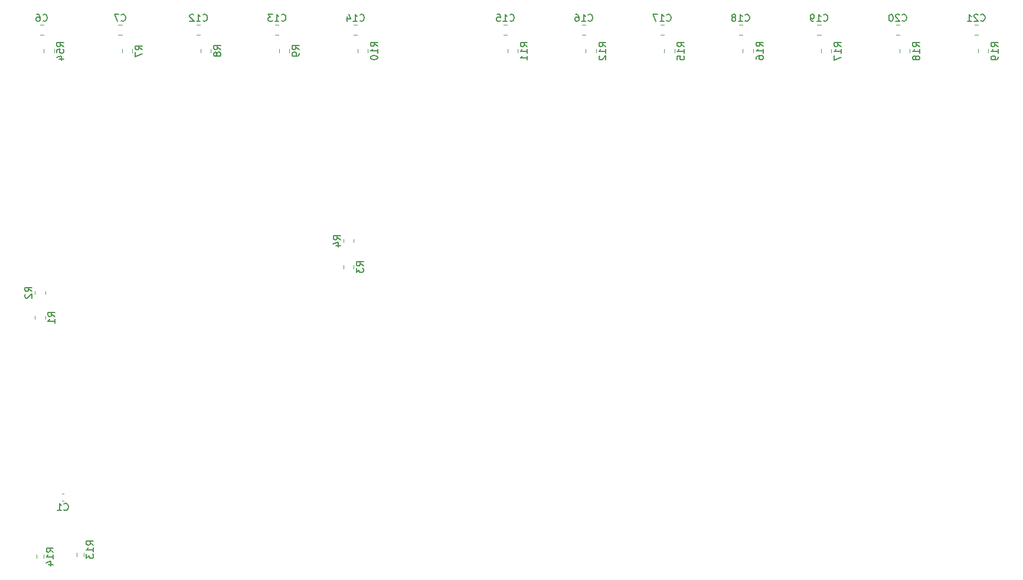
<source format=gbr>
%TF.GenerationSoftware,KiCad,Pcbnew,8.0.5*%
%TF.CreationDate,2024-10-01T19:03:58-07:00*%
%TF.ProjectId,MRIRobot_PCB,4d524952-6f62-46f7-945f-5043422e6b69,rev?*%
%TF.SameCoordinates,Original*%
%TF.FileFunction,Legend,Bot*%
%TF.FilePolarity,Positive*%
%FSLAX46Y46*%
G04 Gerber Fmt 4.6, Leading zero omitted, Abs format (unit mm)*
G04 Created by KiCad (PCBNEW 8.0.5) date 2024-10-01 19:03:58*
%MOMM*%
%LPD*%
G01*
G04 APERTURE LIST*
%ADD10C,0.150000*%
%ADD11C,0.120000*%
G04 APERTURE END LIST*
D10*
X138884819Y-79894642D02*
X138408628Y-79561309D01*
X138884819Y-79323214D02*
X137884819Y-79323214D01*
X137884819Y-79323214D02*
X137884819Y-79704166D01*
X137884819Y-79704166D02*
X137932438Y-79799404D01*
X137932438Y-79799404D02*
X137980057Y-79847023D01*
X137980057Y-79847023D02*
X138075295Y-79894642D01*
X138075295Y-79894642D02*
X138218152Y-79894642D01*
X138218152Y-79894642D02*
X138313390Y-79847023D01*
X138313390Y-79847023D02*
X138361009Y-79799404D01*
X138361009Y-79799404D02*
X138408628Y-79704166D01*
X138408628Y-79704166D02*
X138408628Y-79323214D01*
X138884819Y-80847023D02*
X138884819Y-80275595D01*
X138884819Y-80561309D02*
X137884819Y-80561309D01*
X137884819Y-80561309D02*
X138027676Y-80466071D01*
X138027676Y-80466071D02*
X138122914Y-80370833D01*
X138122914Y-80370833D02*
X138170533Y-80275595D01*
X138884819Y-81799404D02*
X138884819Y-81227976D01*
X138884819Y-81513690D02*
X137884819Y-81513690D01*
X137884819Y-81513690D02*
X138027676Y-81418452D01*
X138027676Y-81418452D02*
X138122914Y-81323214D01*
X138122914Y-81323214D02*
X138170533Y-81227976D01*
X69379166Y-76179580D02*
X69426785Y-76227200D01*
X69426785Y-76227200D02*
X69569642Y-76274819D01*
X69569642Y-76274819D02*
X69664880Y-76274819D01*
X69664880Y-76274819D02*
X69807737Y-76227200D01*
X69807737Y-76227200D02*
X69902975Y-76131961D01*
X69902975Y-76131961D02*
X69950594Y-76036723D01*
X69950594Y-76036723D02*
X69998213Y-75846247D01*
X69998213Y-75846247D02*
X69998213Y-75703390D01*
X69998213Y-75703390D02*
X69950594Y-75512914D01*
X69950594Y-75512914D02*
X69902975Y-75417676D01*
X69902975Y-75417676D02*
X69807737Y-75322438D01*
X69807737Y-75322438D02*
X69664880Y-75274819D01*
X69664880Y-75274819D02*
X69569642Y-75274819D01*
X69569642Y-75274819D02*
X69426785Y-75322438D01*
X69426785Y-75322438D02*
X69379166Y-75370057D01*
X68522023Y-75274819D02*
X68712499Y-75274819D01*
X68712499Y-75274819D02*
X68807737Y-75322438D01*
X68807737Y-75322438D02*
X68855356Y-75370057D01*
X68855356Y-75370057D02*
X68950594Y-75512914D01*
X68950594Y-75512914D02*
X68998213Y-75703390D01*
X68998213Y-75703390D02*
X68998213Y-76084342D01*
X68998213Y-76084342D02*
X68950594Y-76179580D01*
X68950594Y-76179580D02*
X68902975Y-76227200D01*
X68902975Y-76227200D02*
X68807737Y-76274819D01*
X68807737Y-76274819D02*
X68617261Y-76274819D01*
X68617261Y-76274819D02*
X68522023Y-76227200D01*
X68522023Y-76227200D02*
X68474404Y-76179580D01*
X68474404Y-76179580D02*
X68426785Y-76084342D01*
X68426785Y-76084342D02*
X68426785Y-75846247D01*
X68426785Y-75846247D02*
X68474404Y-75751009D01*
X68474404Y-75751009D02*
X68522023Y-75703390D01*
X68522023Y-75703390D02*
X68617261Y-75655771D01*
X68617261Y-75655771D02*
X68807737Y-75655771D01*
X68807737Y-75655771D02*
X68902975Y-75703390D01*
X68902975Y-75703390D02*
X68950594Y-75751009D01*
X68950594Y-75751009D02*
X68998213Y-75846247D01*
X117384819Y-79857142D02*
X116908628Y-79523809D01*
X117384819Y-79285714D02*
X116384819Y-79285714D01*
X116384819Y-79285714D02*
X116384819Y-79666666D01*
X116384819Y-79666666D02*
X116432438Y-79761904D01*
X116432438Y-79761904D02*
X116480057Y-79809523D01*
X116480057Y-79809523D02*
X116575295Y-79857142D01*
X116575295Y-79857142D02*
X116718152Y-79857142D01*
X116718152Y-79857142D02*
X116813390Y-79809523D01*
X116813390Y-79809523D02*
X116861009Y-79761904D01*
X116861009Y-79761904D02*
X116908628Y-79666666D01*
X116908628Y-79666666D02*
X116908628Y-79285714D01*
X117384819Y-80809523D02*
X117384819Y-80238095D01*
X117384819Y-80523809D02*
X116384819Y-80523809D01*
X116384819Y-80523809D02*
X116527676Y-80428571D01*
X116527676Y-80428571D02*
X116622914Y-80333333D01*
X116622914Y-80333333D02*
X116670533Y-80238095D01*
X116384819Y-81428571D02*
X116384819Y-81523809D01*
X116384819Y-81523809D02*
X116432438Y-81619047D01*
X116432438Y-81619047D02*
X116480057Y-81666666D01*
X116480057Y-81666666D02*
X116575295Y-81714285D01*
X116575295Y-81714285D02*
X116765771Y-81761904D01*
X116765771Y-81761904D02*
X117003866Y-81761904D01*
X117003866Y-81761904D02*
X117194342Y-81714285D01*
X117194342Y-81714285D02*
X117289580Y-81666666D01*
X117289580Y-81666666D02*
X117337200Y-81619047D01*
X117337200Y-81619047D02*
X117384819Y-81523809D01*
X117384819Y-81523809D02*
X117384819Y-81428571D01*
X117384819Y-81428571D02*
X117337200Y-81333333D01*
X117337200Y-81333333D02*
X117289580Y-81285714D01*
X117289580Y-81285714D02*
X117194342Y-81238095D01*
X117194342Y-81238095D02*
X117003866Y-81190476D01*
X117003866Y-81190476D02*
X116765771Y-81190476D01*
X116765771Y-81190476D02*
X116575295Y-81238095D01*
X116575295Y-81238095D02*
X116480057Y-81285714D01*
X116480057Y-81285714D02*
X116432438Y-81333333D01*
X116432438Y-81333333D02*
X116384819Y-81428571D01*
X206384819Y-79894642D02*
X205908628Y-79561309D01*
X206384819Y-79323214D02*
X205384819Y-79323214D01*
X205384819Y-79323214D02*
X205384819Y-79704166D01*
X205384819Y-79704166D02*
X205432438Y-79799404D01*
X205432438Y-79799404D02*
X205480057Y-79847023D01*
X205480057Y-79847023D02*
X205575295Y-79894642D01*
X205575295Y-79894642D02*
X205718152Y-79894642D01*
X205718152Y-79894642D02*
X205813390Y-79847023D01*
X205813390Y-79847023D02*
X205861009Y-79799404D01*
X205861009Y-79799404D02*
X205908628Y-79704166D01*
X205908628Y-79704166D02*
X205908628Y-79323214D01*
X206384819Y-80847023D02*
X206384819Y-80275595D01*
X206384819Y-80561309D02*
X205384819Y-80561309D01*
X205384819Y-80561309D02*
X205527676Y-80466071D01*
X205527676Y-80466071D02*
X205622914Y-80370833D01*
X205622914Y-80370833D02*
X205670533Y-80275595D01*
X206384819Y-81323214D02*
X206384819Y-81513690D01*
X206384819Y-81513690D02*
X206337200Y-81608928D01*
X206337200Y-81608928D02*
X206289580Y-81656547D01*
X206289580Y-81656547D02*
X206146723Y-81751785D01*
X206146723Y-81751785D02*
X205956247Y-81799404D01*
X205956247Y-81799404D02*
X205575295Y-81799404D01*
X205575295Y-81799404D02*
X205480057Y-81751785D01*
X205480057Y-81751785D02*
X205432438Y-81704166D01*
X205432438Y-81704166D02*
X205384819Y-81608928D01*
X205384819Y-81608928D02*
X205384819Y-81418452D01*
X205384819Y-81418452D02*
X205432438Y-81323214D01*
X205432438Y-81323214D02*
X205480057Y-81275595D01*
X205480057Y-81275595D02*
X205575295Y-81227976D01*
X205575295Y-81227976D02*
X205813390Y-81227976D01*
X205813390Y-81227976D02*
X205908628Y-81275595D01*
X205908628Y-81275595D02*
X205956247Y-81323214D01*
X205956247Y-81323214D02*
X206003866Y-81418452D01*
X206003866Y-81418452D02*
X206003866Y-81608928D01*
X206003866Y-81608928D02*
X205956247Y-81704166D01*
X205956247Y-81704166D02*
X205908628Y-81751785D01*
X205908628Y-81751785D02*
X205813390Y-81799404D01*
X114855357Y-76179580D02*
X114902976Y-76227200D01*
X114902976Y-76227200D02*
X115045833Y-76274819D01*
X115045833Y-76274819D02*
X115141071Y-76274819D01*
X115141071Y-76274819D02*
X115283928Y-76227200D01*
X115283928Y-76227200D02*
X115379166Y-76131961D01*
X115379166Y-76131961D02*
X115426785Y-76036723D01*
X115426785Y-76036723D02*
X115474404Y-75846247D01*
X115474404Y-75846247D02*
X115474404Y-75703390D01*
X115474404Y-75703390D02*
X115426785Y-75512914D01*
X115426785Y-75512914D02*
X115379166Y-75417676D01*
X115379166Y-75417676D02*
X115283928Y-75322438D01*
X115283928Y-75322438D02*
X115141071Y-75274819D01*
X115141071Y-75274819D02*
X115045833Y-75274819D01*
X115045833Y-75274819D02*
X114902976Y-75322438D01*
X114902976Y-75322438D02*
X114855357Y-75370057D01*
X113902976Y-76274819D02*
X114474404Y-76274819D01*
X114188690Y-76274819D02*
X114188690Y-75274819D01*
X114188690Y-75274819D02*
X114283928Y-75417676D01*
X114283928Y-75417676D02*
X114379166Y-75512914D01*
X114379166Y-75512914D02*
X114474404Y-75560533D01*
X113045833Y-75608152D02*
X113045833Y-76274819D01*
X113283928Y-75227200D02*
X113522023Y-75941485D01*
X113522023Y-75941485D02*
X112902976Y-75941485D01*
X181355357Y-76179580D02*
X181402976Y-76227200D01*
X181402976Y-76227200D02*
X181545833Y-76274819D01*
X181545833Y-76274819D02*
X181641071Y-76274819D01*
X181641071Y-76274819D02*
X181783928Y-76227200D01*
X181783928Y-76227200D02*
X181879166Y-76131961D01*
X181879166Y-76131961D02*
X181926785Y-76036723D01*
X181926785Y-76036723D02*
X181974404Y-75846247D01*
X181974404Y-75846247D02*
X181974404Y-75703390D01*
X181974404Y-75703390D02*
X181926785Y-75512914D01*
X181926785Y-75512914D02*
X181879166Y-75417676D01*
X181879166Y-75417676D02*
X181783928Y-75322438D01*
X181783928Y-75322438D02*
X181641071Y-75274819D01*
X181641071Y-75274819D02*
X181545833Y-75274819D01*
X181545833Y-75274819D02*
X181402976Y-75322438D01*
X181402976Y-75322438D02*
X181355357Y-75370057D01*
X180402976Y-76274819D02*
X180974404Y-76274819D01*
X180688690Y-76274819D02*
X180688690Y-75274819D01*
X180688690Y-75274819D02*
X180783928Y-75417676D01*
X180783928Y-75417676D02*
X180879166Y-75512914D01*
X180879166Y-75512914D02*
X180974404Y-75560533D01*
X179926785Y-76274819D02*
X179736309Y-76274819D01*
X179736309Y-76274819D02*
X179641071Y-76227200D01*
X179641071Y-76227200D02*
X179593452Y-76179580D01*
X179593452Y-76179580D02*
X179498214Y-76036723D01*
X179498214Y-76036723D02*
X179450595Y-75846247D01*
X179450595Y-75846247D02*
X179450595Y-75465295D01*
X179450595Y-75465295D02*
X179498214Y-75370057D01*
X179498214Y-75370057D02*
X179545833Y-75322438D01*
X179545833Y-75322438D02*
X179641071Y-75274819D01*
X179641071Y-75274819D02*
X179831547Y-75274819D01*
X179831547Y-75274819D02*
X179926785Y-75322438D01*
X179926785Y-75322438D02*
X179974404Y-75370057D01*
X179974404Y-75370057D02*
X180022023Y-75465295D01*
X180022023Y-75465295D02*
X180022023Y-75703390D01*
X180022023Y-75703390D02*
X179974404Y-75798628D01*
X179974404Y-75798628D02*
X179926785Y-75846247D01*
X179926785Y-75846247D02*
X179831547Y-75893866D01*
X179831547Y-75893866D02*
X179641071Y-75893866D01*
X179641071Y-75893866D02*
X179545833Y-75846247D01*
X179545833Y-75846247D02*
X179498214Y-75798628D01*
X179498214Y-75798628D02*
X179450595Y-75703390D01*
X76634819Y-151357142D02*
X76158628Y-151023809D01*
X76634819Y-150785714D02*
X75634819Y-150785714D01*
X75634819Y-150785714D02*
X75634819Y-151166666D01*
X75634819Y-151166666D02*
X75682438Y-151261904D01*
X75682438Y-151261904D02*
X75730057Y-151309523D01*
X75730057Y-151309523D02*
X75825295Y-151357142D01*
X75825295Y-151357142D02*
X75968152Y-151357142D01*
X75968152Y-151357142D02*
X76063390Y-151309523D01*
X76063390Y-151309523D02*
X76111009Y-151261904D01*
X76111009Y-151261904D02*
X76158628Y-151166666D01*
X76158628Y-151166666D02*
X76158628Y-150785714D01*
X76634819Y-152309523D02*
X76634819Y-151738095D01*
X76634819Y-152023809D02*
X75634819Y-152023809D01*
X75634819Y-152023809D02*
X75777676Y-151928571D01*
X75777676Y-151928571D02*
X75872914Y-151833333D01*
X75872914Y-151833333D02*
X75920533Y-151738095D01*
X75634819Y-152642857D02*
X75634819Y-153261904D01*
X75634819Y-153261904D02*
X76015771Y-152928571D01*
X76015771Y-152928571D02*
X76015771Y-153071428D01*
X76015771Y-153071428D02*
X76063390Y-153166666D01*
X76063390Y-153166666D02*
X76111009Y-153214285D01*
X76111009Y-153214285D02*
X76206247Y-153261904D01*
X76206247Y-153261904D02*
X76444342Y-153261904D01*
X76444342Y-153261904D02*
X76539580Y-153214285D01*
X76539580Y-153214285D02*
X76587200Y-153166666D01*
X76587200Y-153166666D02*
X76634819Y-153071428D01*
X76634819Y-153071428D02*
X76634819Y-152785714D01*
X76634819Y-152785714D02*
X76587200Y-152690476D01*
X76587200Y-152690476D02*
X76539580Y-152642857D01*
X67804819Y-114995833D02*
X67328628Y-114662500D01*
X67804819Y-114424405D02*
X66804819Y-114424405D01*
X66804819Y-114424405D02*
X66804819Y-114805357D01*
X66804819Y-114805357D02*
X66852438Y-114900595D01*
X66852438Y-114900595D02*
X66900057Y-114948214D01*
X66900057Y-114948214D02*
X66995295Y-114995833D01*
X66995295Y-114995833D02*
X67138152Y-114995833D01*
X67138152Y-114995833D02*
X67233390Y-114948214D01*
X67233390Y-114948214D02*
X67281009Y-114900595D01*
X67281009Y-114900595D02*
X67328628Y-114805357D01*
X67328628Y-114805357D02*
X67328628Y-114424405D01*
X66900057Y-115376786D02*
X66852438Y-115424405D01*
X66852438Y-115424405D02*
X66804819Y-115519643D01*
X66804819Y-115519643D02*
X66804819Y-115757738D01*
X66804819Y-115757738D02*
X66852438Y-115852976D01*
X66852438Y-115852976D02*
X66900057Y-115900595D01*
X66900057Y-115900595D02*
X66995295Y-115948214D01*
X66995295Y-115948214D02*
X67090533Y-115948214D01*
X67090533Y-115948214D02*
X67233390Y-115900595D01*
X67233390Y-115900595D02*
X67804819Y-115329167D01*
X67804819Y-115329167D02*
X67804819Y-115948214D01*
X150134819Y-79894642D02*
X149658628Y-79561309D01*
X150134819Y-79323214D02*
X149134819Y-79323214D01*
X149134819Y-79323214D02*
X149134819Y-79704166D01*
X149134819Y-79704166D02*
X149182438Y-79799404D01*
X149182438Y-79799404D02*
X149230057Y-79847023D01*
X149230057Y-79847023D02*
X149325295Y-79894642D01*
X149325295Y-79894642D02*
X149468152Y-79894642D01*
X149468152Y-79894642D02*
X149563390Y-79847023D01*
X149563390Y-79847023D02*
X149611009Y-79799404D01*
X149611009Y-79799404D02*
X149658628Y-79704166D01*
X149658628Y-79704166D02*
X149658628Y-79323214D01*
X150134819Y-80847023D02*
X150134819Y-80275595D01*
X150134819Y-80561309D02*
X149134819Y-80561309D01*
X149134819Y-80561309D02*
X149277676Y-80466071D01*
X149277676Y-80466071D02*
X149372914Y-80370833D01*
X149372914Y-80370833D02*
X149420533Y-80275595D01*
X149230057Y-81227976D02*
X149182438Y-81275595D01*
X149182438Y-81275595D02*
X149134819Y-81370833D01*
X149134819Y-81370833D02*
X149134819Y-81608928D01*
X149134819Y-81608928D02*
X149182438Y-81704166D01*
X149182438Y-81704166D02*
X149230057Y-81751785D01*
X149230057Y-81751785D02*
X149325295Y-81799404D01*
X149325295Y-81799404D02*
X149420533Y-81799404D01*
X149420533Y-81799404D02*
X149563390Y-81751785D01*
X149563390Y-81751785D02*
X150134819Y-81180357D01*
X150134819Y-81180357D02*
X150134819Y-81799404D01*
X92355357Y-76179580D02*
X92402976Y-76227200D01*
X92402976Y-76227200D02*
X92545833Y-76274819D01*
X92545833Y-76274819D02*
X92641071Y-76274819D01*
X92641071Y-76274819D02*
X92783928Y-76227200D01*
X92783928Y-76227200D02*
X92879166Y-76131961D01*
X92879166Y-76131961D02*
X92926785Y-76036723D01*
X92926785Y-76036723D02*
X92974404Y-75846247D01*
X92974404Y-75846247D02*
X92974404Y-75703390D01*
X92974404Y-75703390D02*
X92926785Y-75512914D01*
X92926785Y-75512914D02*
X92879166Y-75417676D01*
X92879166Y-75417676D02*
X92783928Y-75322438D01*
X92783928Y-75322438D02*
X92641071Y-75274819D01*
X92641071Y-75274819D02*
X92545833Y-75274819D01*
X92545833Y-75274819D02*
X92402976Y-75322438D01*
X92402976Y-75322438D02*
X92355357Y-75370057D01*
X91402976Y-76274819D02*
X91974404Y-76274819D01*
X91688690Y-76274819D02*
X91688690Y-75274819D01*
X91688690Y-75274819D02*
X91783928Y-75417676D01*
X91783928Y-75417676D02*
X91879166Y-75512914D01*
X91879166Y-75512914D02*
X91974404Y-75560533D01*
X91022023Y-75370057D02*
X90974404Y-75322438D01*
X90974404Y-75322438D02*
X90879166Y-75274819D01*
X90879166Y-75274819D02*
X90641071Y-75274819D01*
X90641071Y-75274819D02*
X90545833Y-75322438D01*
X90545833Y-75322438D02*
X90498214Y-75370057D01*
X90498214Y-75370057D02*
X90450595Y-75465295D01*
X90450595Y-75465295D02*
X90450595Y-75560533D01*
X90450595Y-75560533D02*
X90498214Y-75703390D01*
X90498214Y-75703390D02*
X91069642Y-76274819D01*
X91069642Y-76274819D02*
X90450595Y-76274819D01*
X147605357Y-76179580D02*
X147652976Y-76227200D01*
X147652976Y-76227200D02*
X147795833Y-76274819D01*
X147795833Y-76274819D02*
X147891071Y-76274819D01*
X147891071Y-76274819D02*
X148033928Y-76227200D01*
X148033928Y-76227200D02*
X148129166Y-76131961D01*
X148129166Y-76131961D02*
X148176785Y-76036723D01*
X148176785Y-76036723D02*
X148224404Y-75846247D01*
X148224404Y-75846247D02*
X148224404Y-75703390D01*
X148224404Y-75703390D02*
X148176785Y-75512914D01*
X148176785Y-75512914D02*
X148129166Y-75417676D01*
X148129166Y-75417676D02*
X148033928Y-75322438D01*
X148033928Y-75322438D02*
X147891071Y-75274819D01*
X147891071Y-75274819D02*
X147795833Y-75274819D01*
X147795833Y-75274819D02*
X147652976Y-75322438D01*
X147652976Y-75322438D02*
X147605357Y-75370057D01*
X146652976Y-76274819D02*
X147224404Y-76274819D01*
X146938690Y-76274819D02*
X146938690Y-75274819D01*
X146938690Y-75274819D02*
X147033928Y-75417676D01*
X147033928Y-75417676D02*
X147129166Y-75512914D01*
X147129166Y-75512914D02*
X147224404Y-75560533D01*
X145795833Y-75274819D02*
X145986309Y-75274819D01*
X145986309Y-75274819D02*
X146081547Y-75322438D01*
X146081547Y-75322438D02*
X146129166Y-75370057D01*
X146129166Y-75370057D02*
X146224404Y-75512914D01*
X146224404Y-75512914D02*
X146272023Y-75703390D01*
X146272023Y-75703390D02*
X146272023Y-76084342D01*
X146272023Y-76084342D02*
X146224404Y-76179580D01*
X146224404Y-76179580D02*
X146176785Y-76227200D01*
X146176785Y-76227200D02*
X146081547Y-76274819D01*
X146081547Y-76274819D02*
X145891071Y-76274819D01*
X145891071Y-76274819D02*
X145795833Y-76227200D01*
X145795833Y-76227200D02*
X145748214Y-76179580D01*
X145748214Y-76179580D02*
X145700595Y-76084342D01*
X145700595Y-76084342D02*
X145700595Y-75846247D01*
X145700595Y-75846247D02*
X145748214Y-75751009D01*
X145748214Y-75751009D02*
X145795833Y-75703390D01*
X145795833Y-75703390D02*
X145891071Y-75655771D01*
X145891071Y-75655771D02*
X146081547Y-75655771D01*
X146081547Y-75655771D02*
X146176785Y-75703390D01*
X146176785Y-75703390D02*
X146224404Y-75751009D01*
X146224404Y-75751009D02*
X146272023Y-75846247D01*
X72416666Y-146289580D02*
X72464285Y-146337200D01*
X72464285Y-146337200D02*
X72607142Y-146384819D01*
X72607142Y-146384819D02*
X72702380Y-146384819D01*
X72702380Y-146384819D02*
X72845237Y-146337200D01*
X72845237Y-146337200D02*
X72940475Y-146241961D01*
X72940475Y-146241961D02*
X72988094Y-146146723D01*
X72988094Y-146146723D02*
X73035713Y-145956247D01*
X73035713Y-145956247D02*
X73035713Y-145813390D01*
X73035713Y-145813390D02*
X72988094Y-145622914D01*
X72988094Y-145622914D02*
X72940475Y-145527676D01*
X72940475Y-145527676D02*
X72845237Y-145432438D01*
X72845237Y-145432438D02*
X72702380Y-145384819D01*
X72702380Y-145384819D02*
X72607142Y-145384819D01*
X72607142Y-145384819D02*
X72464285Y-145432438D01*
X72464285Y-145432438D02*
X72416666Y-145480057D01*
X71464285Y-146384819D02*
X72035713Y-146384819D01*
X71749999Y-146384819D02*
X71749999Y-145384819D01*
X71749999Y-145384819D02*
X71845237Y-145527676D01*
X71845237Y-145527676D02*
X71940475Y-145622914D01*
X71940475Y-145622914D02*
X72035713Y-145670533D01*
X115354819Y-111333333D02*
X114878628Y-111000000D01*
X115354819Y-110761905D02*
X114354819Y-110761905D01*
X114354819Y-110761905D02*
X114354819Y-111142857D01*
X114354819Y-111142857D02*
X114402438Y-111238095D01*
X114402438Y-111238095D02*
X114450057Y-111285714D01*
X114450057Y-111285714D02*
X114545295Y-111333333D01*
X114545295Y-111333333D02*
X114688152Y-111333333D01*
X114688152Y-111333333D02*
X114783390Y-111285714D01*
X114783390Y-111285714D02*
X114831009Y-111238095D01*
X114831009Y-111238095D02*
X114878628Y-111142857D01*
X114878628Y-111142857D02*
X114878628Y-110761905D01*
X114354819Y-111666667D02*
X114354819Y-112285714D01*
X114354819Y-112285714D02*
X114735771Y-111952381D01*
X114735771Y-111952381D02*
X114735771Y-112095238D01*
X114735771Y-112095238D02*
X114783390Y-112190476D01*
X114783390Y-112190476D02*
X114831009Y-112238095D01*
X114831009Y-112238095D02*
X114926247Y-112285714D01*
X114926247Y-112285714D02*
X115164342Y-112285714D01*
X115164342Y-112285714D02*
X115259580Y-112238095D01*
X115259580Y-112238095D02*
X115307200Y-112190476D01*
X115307200Y-112190476D02*
X115354819Y-112095238D01*
X115354819Y-112095238D02*
X115354819Y-111809524D01*
X115354819Y-111809524D02*
X115307200Y-111714286D01*
X115307200Y-111714286D02*
X115259580Y-111666667D01*
X103605357Y-76179580D02*
X103652976Y-76227200D01*
X103652976Y-76227200D02*
X103795833Y-76274819D01*
X103795833Y-76274819D02*
X103891071Y-76274819D01*
X103891071Y-76274819D02*
X104033928Y-76227200D01*
X104033928Y-76227200D02*
X104129166Y-76131961D01*
X104129166Y-76131961D02*
X104176785Y-76036723D01*
X104176785Y-76036723D02*
X104224404Y-75846247D01*
X104224404Y-75846247D02*
X104224404Y-75703390D01*
X104224404Y-75703390D02*
X104176785Y-75512914D01*
X104176785Y-75512914D02*
X104129166Y-75417676D01*
X104129166Y-75417676D02*
X104033928Y-75322438D01*
X104033928Y-75322438D02*
X103891071Y-75274819D01*
X103891071Y-75274819D02*
X103795833Y-75274819D01*
X103795833Y-75274819D02*
X103652976Y-75322438D01*
X103652976Y-75322438D02*
X103605357Y-75370057D01*
X102652976Y-76274819D02*
X103224404Y-76274819D01*
X102938690Y-76274819D02*
X102938690Y-75274819D01*
X102938690Y-75274819D02*
X103033928Y-75417676D01*
X103033928Y-75417676D02*
X103129166Y-75512914D01*
X103129166Y-75512914D02*
X103224404Y-75560533D01*
X102319642Y-75274819D02*
X101700595Y-75274819D01*
X101700595Y-75274819D02*
X102033928Y-75655771D01*
X102033928Y-75655771D02*
X101891071Y-75655771D01*
X101891071Y-75655771D02*
X101795833Y-75703390D01*
X101795833Y-75703390D02*
X101748214Y-75751009D01*
X101748214Y-75751009D02*
X101700595Y-75846247D01*
X101700595Y-75846247D02*
X101700595Y-76084342D01*
X101700595Y-76084342D02*
X101748214Y-76179580D01*
X101748214Y-76179580D02*
X101795833Y-76227200D01*
X101795833Y-76227200D02*
X101891071Y-76274819D01*
X101891071Y-76274819D02*
X102176785Y-76274819D01*
X102176785Y-76274819D02*
X102272023Y-76227200D01*
X102272023Y-76227200D02*
X102319642Y-76179580D01*
X170105357Y-76179580D02*
X170152976Y-76227200D01*
X170152976Y-76227200D02*
X170295833Y-76274819D01*
X170295833Y-76274819D02*
X170391071Y-76274819D01*
X170391071Y-76274819D02*
X170533928Y-76227200D01*
X170533928Y-76227200D02*
X170629166Y-76131961D01*
X170629166Y-76131961D02*
X170676785Y-76036723D01*
X170676785Y-76036723D02*
X170724404Y-75846247D01*
X170724404Y-75846247D02*
X170724404Y-75703390D01*
X170724404Y-75703390D02*
X170676785Y-75512914D01*
X170676785Y-75512914D02*
X170629166Y-75417676D01*
X170629166Y-75417676D02*
X170533928Y-75322438D01*
X170533928Y-75322438D02*
X170391071Y-75274819D01*
X170391071Y-75274819D02*
X170295833Y-75274819D01*
X170295833Y-75274819D02*
X170152976Y-75322438D01*
X170152976Y-75322438D02*
X170105357Y-75370057D01*
X169152976Y-76274819D02*
X169724404Y-76274819D01*
X169438690Y-76274819D02*
X169438690Y-75274819D01*
X169438690Y-75274819D02*
X169533928Y-75417676D01*
X169533928Y-75417676D02*
X169629166Y-75512914D01*
X169629166Y-75512914D02*
X169724404Y-75560533D01*
X168581547Y-75703390D02*
X168676785Y-75655771D01*
X168676785Y-75655771D02*
X168724404Y-75608152D01*
X168724404Y-75608152D02*
X168772023Y-75512914D01*
X168772023Y-75512914D02*
X168772023Y-75465295D01*
X168772023Y-75465295D02*
X168724404Y-75370057D01*
X168724404Y-75370057D02*
X168676785Y-75322438D01*
X168676785Y-75322438D02*
X168581547Y-75274819D01*
X168581547Y-75274819D02*
X168391071Y-75274819D01*
X168391071Y-75274819D02*
X168295833Y-75322438D01*
X168295833Y-75322438D02*
X168248214Y-75370057D01*
X168248214Y-75370057D02*
X168200595Y-75465295D01*
X168200595Y-75465295D02*
X168200595Y-75512914D01*
X168200595Y-75512914D02*
X168248214Y-75608152D01*
X168248214Y-75608152D02*
X168295833Y-75655771D01*
X168295833Y-75655771D02*
X168391071Y-75703390D01*
X168391071Y-75703390D02*
X168581547Y-75703390D01*
X168581547Y-75703390D02*
X168676785Y-75751009D01*
X168676785Y-75751009D02*
X168724404Y-75798628D01*
X168724404Y-75798628D02*
X168772023Y-75893866D01*
X168772023Y-75893866D02*
X168772023Y-76084342D01*
X168772023Y-76084342D02*
X168724404Y-76179580D01*
X168724404Y-76179580D02*
X168676785Y-76227200D01*
X168676785Y-76227200D02*
X168581547Y-76274819D01*
X168581547Y-76274819D02*
X168391071Y-76274819D01*
X168391071Y-76274819D02*
X168295833Y-76227200D01*
X168295833Y-76227200D02*
X168248214Y-76179580D01*
X168248214Y-76179580D02*
X168200595Y-76084342D01*
X168200595Y-76084342D02*
X168200595Y-75893866D01*
X168200595Y-75893866D02*
X168248214Y-75798628D01*
X168248214Y-75798628D02*
X168295833Y-75751009D01*
X168295833Y-75751009D02*
X168391071Y-75703390D01*
X161384819Y-79894642D02*
X160908628Y-79561309D01*
X161384819Y-79323214D02*
X160384819Y-79323214D01*
X160384819Y-79323214D02*
X160384819Y-79704166D01*
X160384819Y-79704166D02*
X160432438Y-79799404D01*
X160432438Y-79799404D02*
X160480057Y-79847023D01*
X160480057Y-79847023D02*
X160575295Y-79894642D01*
X160575295Y-79894642D02*
X160718152Y-79894642D01*
X160718152Y-79894642D02*
X160813390Y-79847023D01*
X160813390Y-79847023D02*
X160861009Y-79799404D01*
X160861009Y-79799404D02*
X160908628Y-79704166D01*
X160908628Y-79704166D02*
X160908628Y-79323214D01*
X161384819Y-80847023D02*
X161384819Y-80275595D01*
X161384819Y-80561309D02*
X160384819Y-80561309D01*
X160384819Y-80561309D02*
X160527676Y-80466071D01*
X160527676Y-80466071D02*
X160622914Y-80370833D01*
X160622914Y-80370833D02*
X160670533Y-80275595D01*
X160384819Y-81751785D02*
X160384819Y-81275595D01*
X160384819Y-81275595D02*
X160861009Y-81227976D01*
X160861009Y-81227976D02*
X160813390Y-81275595D01*
X160813390Y-81275595D02*
X160765771Y-81370833D01*
X160765771Y-81370833D02*
X160765771Y-81608928D01*
X160765771Y-81608928D02*
X160813390Y-81704166D01*
X160813390Y-81704166D02*
X160861009Y-81751785D01*
X160861009Y-81751785D02*
X160956247Y-81799404D01*
X160956247Y-81799404D02*
X161194342Y-81799404D01*
X161194342Y-81799404D02*
X161289580Y-81751785D01*
X161289580Y-81751785D02*
X161337200Y-81704166D01*
X161337200Y-81704166D02*
X161384819Y-81608928D01*
X161384819Y-81608928D02*
X161384819Y-81370833D01*
X161384819Y-81370833D02*
X161337200Y-81275595D01*
X161337200Y-81275595D02*
X161289580Y-81227976D01*
X112054819Y-107583333D02*
X111578628Y-107250000D01*
X112054819Y-107011905D02*
X111054819Y-107011905D01*
X111054819Y-107011905D02*
X111054819Y-107392857D01*
X111054819Y-107392857D02*
X111102438Y-107488095D01*
X111102438Y-107488095D02*
X111150057Y-107535714D01*
X111150057Y-107535714D02*
X111245295Y-107583333D01*
X111245295Y-107583333D02*
X111388152Y-107583333D01*
X111388152Y-107583333D02*
X111483390Y-107535714D01*
X111483390Y-107535714D02*
X111531009Y-107488095D01*
X111531009Y-107488095D02*
X111578628Y-107392857D01*
X111578628Y-107392857D02*
X111578628Y-107011905D01*
X111388152Y-108440476D02*
X112054819Y-108440476D01*
X111007200Y-108202381D02*
X111721485Y-107964286D01*
X111721485Y-107964286D02*
X111721485Y-108583333D01*
X136355357Y-76179580D02*
X136402976Y-76227200D01*
X136402976Y-76227200D02*
X136545833Y-76274819D01*
X136545833Y-76274819D02*
X136641071Y-76274819D01*
X136641071Y-76274819D02*
X136783928Y-76227200D01*
X136783928Y-76227200D02*
X136879166Y-76131961D01*
X136879166Y-76131961D02*
X136926785Y-76036723D01*
X136926785Y-76036723D02*
X136974404Y-75846247D01*
X136974404Y-75846247D02*
X136974404Y-75703390D01*
X136974404Y-75703390D02*
X136926785Y-75512914D01*
X136926785Y-75512914D02*
X136879166Y-75417676D01*
X136879166Y-75417676D02*
X136783928Y-75322438D01*
X136783928Y-75322438D02*
X136641071Y-75274819D01*
X136641071Y-75274819D02*
X136545833Y-75274819D01*
X136545833Y-75274819D02*
X136402976Y-75322438D01*
X136402976Y-75322438D02*
X136355357Y-75370057D01*
X135402976Y-76274819D02*
X135974404Y-76274819D01*
X135688690Y-76274819D02*
X135688690Y-75274819D01*
X135688690Y-75274819D02*
X135783928Y-75417676D01*
X135783928Y-75417676D02*
X135879166Y-75512914D01*
X135879166Y-75512914D02*
X135974404Y-75560533D01*
X134498214Y-75274819D02*
X134974404Y-75274819D01*
X134974404Y-75274819D02*
X135022023Y-75751009D01*
X135022023Y-75751009D02*
X134974404Y-75703390D01*
X134974404Y-75703390D02*
X134879166Y-75655771D01*
X134879166Y-75655771D02*
X134641071Y-75655771D01*
X134641071Y-75655771D02*
X134545833Y-75703390D01*
X134545833Y-75703390D02*
X134498214Y-75751009D01*
X134498214Y-75751009D02*
X134450595Y-75846247D01*
X134450595Y-75846247D02*
X134450595Y-76084342D01*
X134450595Y-76084342D02*
X134498214Y-76179580D01*
X134498214Y-76179580D02*
X134545833Y-76227200D01*
X134545833Y-76227200D02*
X134641071Y-76274819D01*
X134641071Y-76274819D02*
X134879166Y-76274819D01*
X134879166Y-76274819D02*
X134974404Y-76227200D01*
X134974404Y-76227200D02*
X135022023Y-76179580D01*
X71104819Y-118583333D02*
X70628628Y-118250000D01*
X71104819Y-118011905D02*
X70104819Y-118011905D01*
X70104819Y-118011905D02*
X70104819Y-118392857D01*
X70104819Y-118392857D02*
X70152438Y-118488095D01*
X70152438Y-118488095D02*
X70200057Y-118535714D01*
X70200057Y-118535714D02*
X70295295Y-118583333D01*
X70295295Y-118583333D02*
X70438152Y-118583333D01*
X70438152Y-118583333D02*
X70533390Y-118535714D01*
X70533390Y-118535714D02*
X70581009Y-118488095D01*
X70581009Y-118488095D02*
X70628628Y-118392857D01*
X70628628Y-118392857D02*
X70628628Y-118011905D01*
X71104819Y-119535714D02*
X71104819Y-118964286D01*
X71104819Y-119250000D02*
X70104819Y-119250000D01*
X70104819Y-119250000D02*
X70247676Y-119154762D01*
X70247676Y-119154762D02*
X70342914Y-119059524D01*
X70342914Y-119059524D02*
X70390533Y-118964286D01*
X195134819Y-79894642D02*
X194658628Y-79561309D01*
X195134819Y-79323214D02*
X194134819Y-79323214D01*
X194134819Y-79323214D02*
X194134819Y-79704166D01*
X194134819Y-79704166D02*
X194182438Y-79799404D01*
X194182438Y-79799404D02*
X194230057Y-79847023D01*
X194230057Y-79847023D02*
X194325295Y-79894642D01*
X194325295Y-79894642D02*
X194468152Y-79894642D01*
X194468152Y-79894642D02*
X194563390Y-79847023D01*
X194563390Y-79847023D02*
X194611009Y-79799404D01*
X194611009Y-79799404D02*
X194658628Y-79704166D01*
X194658628Y-79704166D02*
X194658628Y-79323214D01*
X195134819Y-80847023D02*
X195134819Y-80275595D01*
X195134819Y-80561309D02*
X194134819Y-80561309D01*
X194134819Y-80561309D02*
X194277676Y-80466071D01*
X194277676Y-80466071D02*
X194372914Y-80370833D01*
X194372914Y-80370833D02*
X194420533Y-80275595D01*
X194563390Y-81418452D02*
X194515771Y-81323214D01*
X194515771Y-81323214D02*
X194468152Y-81275595D01*
X194468152Y-81275595D02*
X194372914Y-81227976D01*
X194372914Y-81227976D02*
X194325295Y-81227976D01*
X194325295Y-81227976D02*
X194230057Y-81275595D01*
X194230057Y-81275595D02*
X194182438Y-81323214D01*
X194182438Y-81323214D02*
X194134819Y-81418452D01*
X194134819Y-81418452D02*
X194134819Y-81608928D01*
X194134819Y-81608928D02*
X194182438Y-81704166D01*
X194182438Y-81704166D02*
X194230057Y-81751785D01*
X194230057Y-81751785D02*
X194325295Y-81799404D01*
X194325295Y-81799404D02*
X194372914Y-81799404D01*
X194372914Y-81799404D02*
X194468152Y-81751785D01*
X194468152Y-81751785D02*
X194515771Y-81704166D01*
X194515771Y-81704166D02*
X194563390Y-81608928D01*
X194563390Y-81608928D02*
X194563390Y-81418452D01*
X194563390Y-81418452D02*
X194611009Y-81323214D01*
X194611009Y-81323214D02*
X194658628Y-81275595D01*
X194658628Y-81275595D02*
X194753866Y-81227976D01*
X194753866Y-81227976D02*
X194944342Y-81227976D01*
X194944342Y-81227976D02*
X195039580Y-81275595D01*
X195039580Y-81275595D02*
X195087200Y-81323214D01*
X195087200Y-81323214D02*
X195134819Y-81418452D01*
X195134819Y-81418452D02*
X195134819Y-81608928D01*
X195134819Y-81608928D02*
X195087200Y-81704166D01*
X195087200Y-81704166D02*
X195039580Y-81751785D01*
X195039580Y-81751785D02*
X194944342Y-81799404D01*
X194944342Y-81799404D02*
X194753866Y-81799404D01*
X194753866Y-81799404D02*
X194658628Y-81751785D01*
X194658628Y-81751785D02*
X194611009Y-81704166D01*
X194611009Y-81704166D02*
X194563390Y-81608928D01*
X94884819Y-80333333D02*
X94408628Y-80000000D01*
X94884819Y-79761905D02*
X93884819Y-79761905D01*
X93884819Y-79761905D02*
X93884819Y-80142857D01*
X93884819Y-80142857D02*
X93932438Y-80238095D01*
X93932438Y-80238095D02*
X93980057Y-80285714D01*
X93980057Y-80285714D02*
X94075295Y-80333333D01*
X94075295Y-80333333D02*
X94218152Y-80333333D01*
X94218152Y-80333333D02*
X94313390Y-80285714D01*
X94313390Y-80285714D02*
X94361009Y-80238095D01*
X94361009Y-80238095D02*
X94408628Y-80142857D01*
X94408628Y-80142857D02*
X94408628Y-79761905D01*
X94313390Y-80904762D02*
X94265771Y-80809524D01*
X94265771Y-80809524D02*
X94218152Y-80761905D01*
X94218152Y-80761905D02*
X94122914Y-80714286D01*
X94122914Y-80714286D02*
X94075295Y-80714286D01*
X94075295Y-80714286D02*
X93980057Y-80761905D01*
X93980057Y-80761905D02*
X93932438Y-80809524D01*
X93932438Y-80809524D02*
X93884819Y-80904762D01*
X93884819Y-80904762D02*
X93884819Y-81095238D01*
X93884819Y-81095238D02*
X93932438Y-81190476D01*
X93932438Y-81190476D02*
X93980057Y-81238095D01*
X93980057Y-81238095D02*
X94075295Y-81285714D01*
X94075295Y-81285714D02*
X94122914Y-81285714D01*
X94122914Y-81285714D02*
X94218152Y-81238095D01*
X94218152Y-81238095D02*
X94265771Y-81190476D01*
X94265771Y-81190476D02*
X94313390Y-81095238D01*
X94313390Y-81095238D02*
X94313390Y-80904762D01*
X94313390Y-80904762D02*
X94361009Y-80809524D01*
X94361009Y-80809524D02*
X94408628Y-80761905D01*
X94408628Y-80761905D02*
X94503866Y-80714286D01*
X94503866Y-80714286D02*
X94694342Y-80714286D01*
X94694342Y-80714286D02*
X94789580Y-80761905D01*
X94789580Y-80761905D02*
X94837200Y-80809524D01*
X94837200Y-80809524D02*
X94884819Y-80904762D01*
X94884819Y-80904762D02*
X94884819Y-81095238D01*
X94884819Y-81095238D02*
X94837200Y-81190476D01*
X94837200Y-81190476D02*
X94789580Y-81238095D01*
X94789580Y-81238095D02*
X94694342Y-81285714D01*
X94694342Y-81285714D02*
X94503866Y-81285714D01*
X94503866Y-81285714D02*
X94408628Y-81238095D01*
X94408628Y-81238095D02*
X94361009Y-81190476D01*
X94361009Y-81190476D02*
X94313390Y-81095238D01*
X203892857Y-76179580D02*
X203940476Y-76227200D01*
X203940476Y-76227200D02*
X204083333Y-76274819D01*
X204083333Y-76274819D02*
X204178571Y-76274819D01*
X204178571Y-76274819D02*
X204321428Y-76227200D01*
X204321428Y-76227200D02*
X204416666Y-76131961D01*
X204416666Y-76131961D02*
X204464285Y-76036723D01*
X204464285Y-76036723D02*
X204511904Y-75846247D01*
X204511904Y-75846247D02*
X204511904Y-75703390D01*
X204511904Y-75703390D02*
X204464285Y-75512914D01*
X204464285Y-75512914D02*
X204416666Y-75417676D01*
X204416666Y-75417676D02*
X204321428Y-75322438D01*
X204321428Y-75322438D02*
X204178571Y-75274819D01*
X204178571Y-75274819D02*
X204083333Y-75274819D01*
X204083333Y-75274819D02*
X203940476Y-75322438D01*
X203940476Y-75322438D02*
X203892857Y-75370057D01*
X203511904Y-75370057D02*
X203464285Y-75322438D01*
X203464285Y-75322438D02*
X203369047Y-75274819D01*
X203369047Y-75274819D02*
X203130952Y-75274819D01*
X203130952Y-75274819D02*
X203035714Y-75322438D01*
X203035714Y-75322438D02*
X202988095Y-75370057D01*
X202988095Y-75370057D02*
X202940476Y-75465295D01*
X202940476Y-75465295D02*
X202940476Y-75560533D01*
X202940476Y-75560533D02*
X202988095Y-75703390D01*
X202988095Y-75703390D02*
X203559523Y-76274819D01*
X203559523Y-76274819D02*
X202940476Y-76274819D01*
X201988095Y-76274819D02*
X202559523Y-76274819D01*
X202273809Y-76274819D02*
X202273809Y-75274819D01*
X202273809Y-75274819D02*
X202369047Y-75417676D01*
X202369047Y-75417676D02*
X202464285Y-75512914D01*
X202464285Y-75512914D02*
X202559523Y-75560533D01*
X183884819Y-79894642D02*
X183408628Y-79561309D01*
X183884819Y-79323214D02*
X182884819Y-79323214D01*
X182884819Y-79323214D02*
X182884819Y-79704166D01*
X182884819Y-79704166D02*
X182932438Y-79799404D01*
X182932438Y-79799404D02*
X182980057Y-79847023D01*
X182980057Y-79847023D02*
X183075295Y-79894642D01*
X183075295Y-79894642D02*
X183218152Y-79894642D01*
X183218152Y-79894642D02*
X183313390Y-79847023D01*
X183313390Y-79847023D02*
X183361009Y-79799404D01*
X183361009Y-79799404D02*
X183408628Y-79704166D01*
X183408628Y-79704166D02*
X183408628Y-79323214D01*
X183884819Y-80847023D02*
X183884819Y-80275595D01*
X183884819Y-80561309D02*
X182884819Y-80561309D01*
X182884819Y-80561309D02*
X183027676Y-80466071D01*
X183027676Y-80466071D02*
X183122914Y-80370833D01*
X183122914Y-80370833D02*
X183170533Y-80275595D01*
X182884819Y-81180357D02*
X182884819Y-81847023D01*
X182884819Y-81847023D02*
X183884819Y-81418452D01*
X192642857Y-76179580D02*
X192690476Y-76227200D01*
X192690476Y-76227200D02*
X192833333Y-76274819D01*
X192833333Y-76274819D02*
X192928571Y-76274819D01*
X192928571Y-76274819D02*
X193071428Y-76227200D01*
X193071428Y-76227200D02*
X193166666Y-76131961D01*
X193166666Y-76131961D02*
X193214285Y-76036723D01*
X193214285Y-76036723D02*
X193261904Y-75846247D01*
X193261904Y-75846247D02*
X193261904Y-75703390D01*
X193261904Y-75703390D02*
X193214285Y-75512914D01*
X193214285Y-75512914D02*
X193166666Y-75417676D01*
X193166666Y-75417676D02*
X193071428Y-75322438D01*
X193071428Y-75322438D02*
X192928571Y-75274819D01*
X192928571Y-75274819D02*
X192833333Y-75274819D01*
X192833333Y-75274819D02*
X192690476Y-75322438D01*
X192690476Y-75322438D02*
X192642857Y-75370057D01*
X192261904Y-75370057D02*
X192214285Y-75322438D01*
X192214285Y-75322438D02*
X192119047Y-75274819D01*
X192119047Y-75274819D02*
X191880952Y-75274819D01*
X191880952Y-75274819D02*
X191785714Y-75322438D01*
X191785714Y-75322438D02*
X191738095Y-75370057D01*
X191738095Y-75370057D02*
X191690476Y-75465295D01*
X191690476Y-75465295D02*
X191690476Y-75560533D01*
X191690476Y-75560533D02*
X191738095Y-75703390D01*
X191738095Y-75703390D02*
X192309523Y-76274819D01*
X192309523Y-76274819D02*
X191690476Y-76274819D01*
X191071428Y-75274819D02*
X190976190Y-75274819D01*
X190976190Y-75274819D02*
X190880952Y-75322438D01*
X190880952Y-75322438D02*
X190833333Y-75370057D01*
X190833333Y-75370057D02*
X190785714Y-75465295D01*
X190785714Y-75465295D02*
X190738095Y-75655771D01*
X190738095Y-75655771D02*
X190738095Y-75893866D01*
X190738095Y-75893866D02*
X190785714Y-76084342D01*
X190785714Y-76084342D02*
X190833333Y-76179580D01*
X190833333Y-76179580D02*
X190880952Y-76227200D01*
X190880952Y-76227200D02*
X190976190Y-76274819D01*
X190976190Y-76274819D02*
X191071428Y-76274819D01*
X191071428Y-76274819D02*
X191166666Y-76227200D01*
X191166666Y-76227200D02*
X191214285Y-76179580D01*
X191214285Y-76179580D02*
X191261904Y-76084342D01*
X191261904Y-76084342D02*
X191309523Y-75893866D01*
X191309523Y-75893866D02*
X191309523Y-75655771D01*
X191309523Y-75655771D02*
X191261904Y-75465295D01*
X191261904Y-75465295D02*
X191214285Y-75370057D01*
X191214285Y-75370057D02*
X191166666Y-75322438D01*
X191166666Y-75322438D02*
X191071428Y-75274819D01*
X83634819Y-80370833D02*
X83158628Y-80037500D01*
X83634819Y-79799405D02*
X82634819Y-79799405D01*
X82634819Y-79799405D02*
X82634819Y-80180357D01*
X82634819Y-80180357D02*
X82682438Y-80275595D01*
X82682438Y-80275595D02*
X82730057Y-80323214D01*
X82730057Y-80323214D02*
X82825295Y-80370833D01*
X82825295Y-80370833D02*
X82968152Y-80370833D01*
X82968152Y-80370833D02*
X83063390Y-80323214D01*
X83063390Y-80323214D02*
X83111009Y-80275595D01*
X83111009Y-80275595D02*
X83158628Y-80180357D01*
X83158628Y-80180357D02*
X83158628Y-79799405D01*
X82634819Y-80704167D02*
X82634819Y-81370833D01*
X82634819Y-81370833D02*
X83634819Y-80942262D01*
X158855357Y-76179580D02*
X158902976Y-76227200D01*
X158902976Y-76227200D02*
X159045833Y-76274819D01*
X159045833Y-76274819D02*
X159141071Y-76274819D01*
X159141071Y-76274819D02*
X159283928Y-76227200D01*
X159283928Y-76227200D02*
X159379166Y-76131961D01*
X159379166Y-76131961D02*
X159426785Y-76036723D01*
X159426785Y-76036723D02*
X159474404Y-75846247D01*
X159474404Y-75846247D02*
X159474404Y-75703390D01*
X159474404Y-75703390D02*
X159426785Y-75512914D01*
X159426785Y-75512914D02*
X159379166Y-75417676D01*
X159379166Y-75417676D02*
X159283928Y-75322438D01*
X159283928Y-75322438D02*
X159141071Y-75274819D01*
X159141071Y-75274819D02*
X159045833Y-75274819D01*
X159045833Y-75274819D02*
X158902976Y-75322438D01*
X158902976Y-75322438D02*
X158855357Y-75370057D01*
X157902976Y-76274819D02*
X158474404Y-76274819D01*
X158188690Y-76274819D02*
X158188690Y-75274819D01*
X158188690Y-75274819D02*
X158283928Y-75417676D01*
X158283928Y-75417676D02*
X158379166Y-75512914D01*
X158379166Y-75512914D02*
X158474404Y-75560533D01*
X157569642Y-75274819D02*
X156902976Y-75274819D01*
X156902976Y-75274819D02*
X157331547Y-76274819D01*
X106134819Y-80333333D02*
X105658628Y-80000000D01*
X106134819Y-79761905D02*
X105134819Y-79761905D01*
X105134819Y-79761905D02*
X105134819Y-80142857D01*
X105134819Y-80142857D02*
X105182438Y-80238095D01*
X105182438Y-80238095D02*
X105230057Y-80285714D01*
X105230057Y-80285714D02*
X105325295Y-80333333D01*
X105325295Y-80333333D02*
X105468152Y-80333333D01*
X105468152Y-80333333D02*
X105563390Y-80285714D01*
X105563390Y-80285714D02*
X105611009Y-80238095D01*
X105611009Y-80238095D02*
X105658628Y-80142857D01*
X105658628Y-80142857D02*
X105658628Y-79761905D01*
X106134819Y-80809524D02*
X106134819Y-81000000D01*
X106134819Y-81000000D02*
X106087200Y-81095238D01*
X106087200Y-81095238D02*
X106039580Y-81142857D01*
X106039580Y-81142857D02*
X105896723Y-81238095D01*
X105896723Y-81238095D02*
X105706247Y-81285714D01*
X105706247Y-81285714D02*
X105325295Y-81285714D01*
X105325295Y-81285714D02*
X105230057Y-81238095D01*
X105230057Y-81238095D02*
X105182438Y-81190476D01*
X105182438Y-81190476D02*
X105134819Y-81095238D01*
X105134819Y-81095238D02*
X105134819Y-80904762D01*
X105134819Y-80904762D02*
X105182438Y-80809524D01*
X105182438Y-80809524D02*
X105230057Y-80761905D01*
X105230057Y-80761905D02*
X105325295Y-80714286D01*
X105325295Y-80714286D02*
X105563390Y-80714286D01*
X105563390Y-80714286D02*
X105658628Y-80761905D01*
X105658628Y-80761905D02*
X105706247Y-80809524D01*
X105706247Y-80809524D02*
X105753866Y-80904762D01*
X105753866Y-80904762D02*
X105753866Y-81095238D01*
X105753866Y-81095238D02*
X105706247Y-81190476D01*
X105706247Y-81190476D02*
X105658628Y-81238095D01*
X105658628Y-81238095D02*
X105563390Y-81285714D01*
X172704819Y-79857142D02*
X172228628Y-79523809D01*
X172704819Y-79285714D02*
X171704819Y-79285714D01*
X171704819Y-79285714D02*
X171704819Y-79666666D01*
X171704819Y-79666666D02*
X171752438Y-79761904D01*
X171752438Y-79761904D02*
X171800057Y-79809523D01*
X171800057Y-79809523D02*
X171895295Y-79857142D01*
X171895295Y-79857142D02*
X172038152Y-79857142D01*
X172038152Y-79857142D02*
X172133390Y-79809523D01*
X172133390Y-79809523D02*
X172181009Y-79761904D01*
X172181009Y-79761904D02*
X172228628Y-79666666D01*
X172228628Y-79666666D02*
X172228628Y-79285714D01*
X172704819Y-80809523D02*
X172704819Y-80238095D01*
X172704819Y-80523809D02*
X171704819Y-80523809D01*
X171704819Y-80523809D02*
X171847676Y-80428571D01*
X171847676Y-80428571D02*
X171942914Y-80333333D01*
X171942914Y-80333333D02*
X171990533Y-80238095D01*
X171704819Y-81666666D02*
X171704819Y-81476190D01*
X171704819Y-81476190D02*
X171752438Y-81380952D01*
X171752438Y-81380952D02*
X171800057Y-81333333D01*
X171800057Y-81333333D02*
X171942914Y-81238095D01*
X171942914Y-81238095D02*
X172133390Y-81190476D01*
X172133390Y-81190476D02*
X172514342Y-81190476D01*
X172514342Y-81190476D02*
X172609580Y-81238095D01*
X172609580Y-81238095D02*
X172657200Y-81285714D01*
X172657200Y-81285714D02*
X172704819Y-81380952D01*
X172704819Y-81380952D02*
X172704819Y-81571428D01*
X172704819Y-81571428D02*
X172657200Y-81666666D01*
X172657200Y-81666666D02*
X172609580Y-81714285D01*
X172609580Y-81714285D02*
X172514342Y-81761904D01*
X172514342Y-81761904D02*
X172276247Y-81761904D01*
X172276247Y-81761904D02*
X172181009Y-81714285D01*
X172181009Y-81714285D02*
X172133390Y-81666666D01*
X172133390Y-81666666D02*
X172085771Y-81571428D01*
X172085771Y-81571428D02*
X172085771Y-81380952D01*
X172085771Y-81380952D02*
X172133390Y-81285714D01*
X172133390Y-81285714D02*
X172181009Y-81238095D01*
X172181009Y-81238095D02*
X172276247Y-81190476D01*
X70884819Y-152357142D02*
X70408628Y-152023809D01*
X70884819Y-151785714D02*
X69884819Y-151785714D01*
X69884819Y-151785714D02*
X69884819Y-152166666D01*
X69884819Y-152166666D02*
X69932438Y-152261904D01*
X69932438Y-152261904D02*
X69980057Y-152309523D01*
X69980057Y-152309523D02*
X70075295Y-152357142D01*
X70075295Y-152357142D02*
X70218152Y-152357142D01*
X70218152Y-152357142D02*
X70313390Y-152309523D01*
X70313390Y-152309523D02*
X70361009Y-152261904D01*
X70361009Y-152261904D02*
X70408628Y-152166666D01*
X70408628Y-152166666D02*
X70408628Y-151785714D01*
X70884819Y-153309523D02*
X70884819Y-152738095D01*
X70884819Y-153023809D02*
X69884819Y-153023809D01*
X69884819Y-153023809D02*
X70027676Y-152928571D01*
X70027676Y-152928571D02*
X70122914Y-152833333D01*
X70122914Y-152833333D02*
X70170533Y-152738095D01*
X70218152Y-154166666D02*
X70884819Y-154166666D01*
X69837200Y-153928571D02*
X70551485Y-153690476D01*
X70551485Y-153690476D02*
X70551485Y-154309523D01*
X80629166Y-76179580D02*
X80676785Y-76227200D01*
X80676785Y-76227200D02*
X80819642Y-76274819D01*
X80819642Y-76274819D02*
X80914880Y-76274819D01*
X80914880Y-76274819D02*
X81057737Y-76227200D01*
X81057737Y-76227200D02*
X81152975Y-76131961D01*
X81152975Y-76131961D02*
X81200594Y-76036723D01*
X81200594Y-76036723D02*
X81248213Y-75846247D01*
X81248213Y-75846247D02*
X81248213Y-75703390D01*
X81248213Y-75703390D02*
X81200594Y-75512914D01*
X81200594Y-75512914D02*
X81152975Y-75417676D01*
X81152975Y-75417676D02*
X81057737Y-75322438D01*
X81057737Y-75322438D02*
X80914880Y-75274819D01*
X80914880Y-75274819D02*
X80819642Y-75274819D01*
X80819642Y-75274819D02*
X80676785Y-75322438D01*
X80676785Y-75322438D02*
X80629166Y-75370057D01*
X80295832Y-75274819D02*
X79629166Y-75274819D01*
X79629166Y-75274819D02*
X80057737Y-76274819D01*
X72384819Y-79894642D02*
X71908628Y-79561309D01*
X72384819Y-79323214D02*
X71384819Y-79323214D01*
X71384819Y-79323214D02*
X71384819Y-79704166D01*
X71384819Y-79704166D02*
X71432438Y-79799404D01*
X71432438Y-79799404D02*
X71480057Y-79847023D01*
X71480057Y-79847023D02*
X71575295Y-79894642D01*
X71575295Y-79894642D02*
X71718152Y-79894642D01*
X71718152Y-79894642D02*
X71813390Y-79847023D01*
X71813390Y-79847023D02*
X71861009Y-79799404D01*
X71861009Y-79799404D02*
X71908628Y-79704166D01*
X71908628Y-79704166D02*
X71908628Y-79323214D01*
X71384819Y-80799404D02*
X71384819Y-80323214D01*
X71384819Y-80323214D02*
X71861009Y-80275595D01*
X71861009Y-80275595D02*
X71813390Y-80323214D01*
X71813390Y-80323214D02*
X71765771Y-80418452D01*
X71765771Y-80418452D02*
X71765771Y-80656547D01*
X71765771Y-80656547D02*
X71813390Y-80751785D01*
X71813390Y-80751785D02*
X71861009Y-80799404D01*
X71861009Y-80799404D02*
X71956247Y-80847023D01*
X71956247Y-80847023D02*
X72194342Y-80847023D01*
X72194342Y-80847023D02*
X72289580Y-80799404D01*
X72289580Y-80799404D02*
X72337200Y-80751785D01*
X72337200Y-80751785D02*
X72384819Y-80656547D01*
X72384819Y-80656547D02*
X72384819Y-80418452D01*
X72384819Y-80418452D02*
X72337200Y-80323214D01*
X72337200Y-80323214D02*
X72289580Y-80275595D01*
X71718152Y-81704166D02*
X72384819Y-81704166D01*
X71337200Y-81466071D02*
X72051485Y-81227976D01*
X72051485Y-81227976D02*
X72051485Y-81847023D01*
D11*
%TO.C,R11*%
X136015000Y-80276248D02*
X136015000Y-80798752D01*
X137485000Y-80276248D02*
X137485000Y-80798752D01*
%TO.C,C6*%
X68951248Y-76765000D02*
X69473752Y-76765000D01*
X68951248Y-78235000D02*
X69473752Y-78235000D01*
%TO.C,R10*%
X114515000Y-80238748D02*
X114515000Y-80761252D01*
X115985000Y-80238748D02*
X115985000Y-80761252D01*
%TO.C,R19*%
X203515000Y-80276248D02*
X203515000Y-80798752D01*
X204985000Y-80276248D02*
X204985000Y-80798752D01*
%TO.C,C14*%
X113951248Y-76765000D02*
X114473752Y-76765000D01*
X113951248Y-78235000D02*
X114473752Y-78235000D01*
%TO.C,C19*%
X180451248Y-76765000D02*
X180973752Y-76765000D01*
X180451248Y-78235000D02*
X180973752Y-78235000D01*
%TO.C,R13*%
X74227500Y-152495276D02*
X74227500Y-153004724D01*
X75272500Y-152495276D02*
X75272500Y-153004724D01*
%TO.C,R2*%
X68265000Y-115389564D02*
X68265000Y-114935436D01*
X69735000Y-115389564D02*
X69735000Y-114935436D01*
%TO.C,R12*%
X147265000Y-80276248D02*
X147265000Y-80798752D01*
X148735000Y-80276248D02*
X148735000Y-80798752D01*
%TO.C,C12*%
X91451248Y-76765000D02*
X91973752Y-76765000D01*
X91451248Y-78235000D02*
X91973752Y-78235000D01*
%TO.C,C16*%
X146701248Y-76765000D02*
X147223752Y-76765000D01*
X146701248Y-78235000D02*
X147223752Y-78235000D01*
%TO.C,C1*%
X72396267Y-143990000D02*
X72103733Y-143990000D01*
X72396267Y-145010000D02*
X72103733Y-145010000D01*
%TO.C,R3*%
X112515000Y-111272936D02*
X112515000Y-111727064D01*
X113985000Y-111272936D02*
X113985000Y-111727064D01*
%TO.C,C13*%
X102701248Y-76765000D02*
X103223752Y-76765000D01*
X102701248Y-78235000D02*
X103223752Y-78235000D01*
%TO.C,C18*%
X169201248Y-76765000D02*
X169723752Y-76765000D01*
X169201248Y-78235000D02*
X169723752Y-78235000D01*
%TO.C,R15*%
X158515000Y-80276248D02*
X158515000Y-80798752D01*
X159985000Y-80276248D02*
X159985000Y-80798752D01*
%TO.C,R4*%
X112515000Y-107977064D02*
X112515000Y-107522936D01*
X113985000Y-107977064D02*
X113985000Y-107522936D01*
%TO.C,C15*%
X135451248Y-76765000D02*
X135973752Y-76765000D01*
X135451248Y-78235000D02*
X135973752Y-78235000D01*
%TO.C,R1*%
X68265000Y-118522936D02*
X68265000Y-118977064D01*
X69735000Y-118522936D02*
X69735000Y-118977064D01*
%TO.C,R18*%
X192265000Y-80276248D02*
X192265000Y-80798752D01*
X193735000Y-80276248D02*
X193735000Y-80798752D01*
%TO.C,R8*%
X92015000Y-80238748D02*
X92015000Y-80761252D01*
X93485000Y-80238748D02*
X93485000Y-80761252D01*
%TO.C,C21*%
X202988748Y-76765000D02*
X203511252Y-76765000D01*
X202988748Y-78235000D02*
X203511252Y-78235000D01*
%TO.C,R17*%
X181015000Y-80276248D02*
X181015000Y-80798752D01*
X182485000Y-80276248D02*
X182485000Y-80798752D01*
%TO.C,C20*%
X191738748Y-76765000D02*
X192261252Y-76765000D01*
X191738748Y-78235000D02*
X192261252Y-78235000D01*
%TO.C,R7*%
X80765000Y-80276248D02*
X80765000Y-80798752D01*
X82235000Y-80276248D02*
X82235000Y-80798752D01*
%TO.C,C17*%
X157951248Y-76765000D02*
X158473752Y-76765000D01*
X157951248Y-78235000D02*
X158473752Y-78235000D01*
%TO.C,R9*%
X103265000Y-80238748D02*
X103265000Y-80761252D01*
X104735000Y-80238748D02*
X104735000Y-80761252D01*
%TO.C,R16*%
X169765000Y-80276248D02*
X169765000Y-80798752D01*
X171235000Y-80276248D02*
X171235000Y-80798752D01*
%TO.C,R14*%
X68477500Y-152745276D02*
X68477500Y-153254724D01*
X69522500Y-152745276D02*
X69522500Y-153254724D01*
%TO.C,C7*%
X80201248Y-76765000D02*
X80723752Y-76765000D01*
X80201248Y-78235000D02*
X80723752Y-78235000D01*
%TO.C,R54*%
X69515000Y-80276248D02*
X69515000Y-80798752D01*
X70985000Y-80276248D02*
X70985000Y-80798752D01*
%TD*%
M02*

</source>
